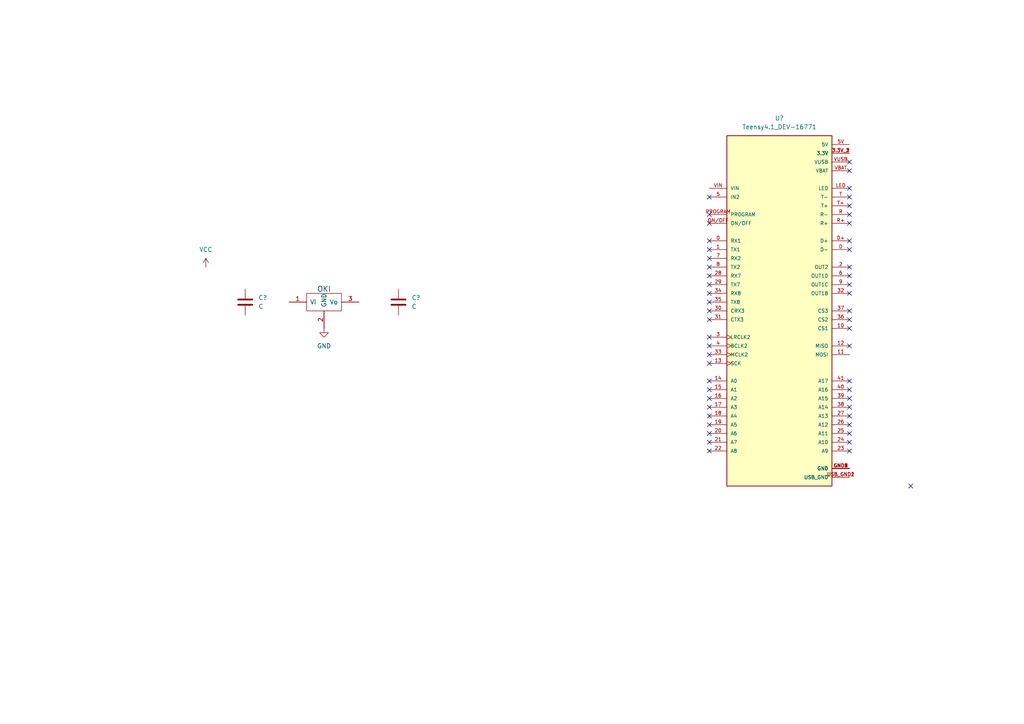
<source format=kicad_sch>
(kicad_sch (version 20211123) (generator eeschema)
  (paper "A4")
  (lib_symbols
    (symbol "Device:C" (pin_numbers hide) (pin_names (offset 0.254))
      (property "Reference" "C" (at 0.635 2.54 0))
      (property "Value" "C" (at 0.635 -2.54 0))
      (symbol "C_0_1"
        (polyline (pts (xy -2.032 -0.762) (xy 2.032 -0.762)) (stroke (width 0.508)))
        (polyline (pts (xy -2.032 0.762) (xy 2.032 0.762)) (stroke (width 0.508)))
      )
      (symbol "C_1_1"
        (pin passive line (at 0 3.81 270) (length 2.794) (name "~") (number "1"))
        (pin passive line (at 0 -3.81 90) (length 2.794) (name "~") (number "2"))
      )
    )
    (symbol "MRDT_Devices:OKI" (pin_names (offset 1.016))
      (property "Value" "OKI" (at 5.08 6.35 0))
      (symbol "OKI_0_1"
        (rectangle (start 0 0) (end 10.16 5.08))
      )
      (symbol "OKI_1_1"
        (pin input line (at -5.08 2.54 0) (length 5.08) (name "Vi") (number "1"))
        (pin output line (at 5.08 -5.08 90) (length 5.08) (name "GND") (number "2"))
        (pin output line (at 15.24 2.54 180) (length 5.08) (name "Vo") (number "3"))
      )
    )
    (symbol "MRDT_Shields:Teensy4.1_DEV-16771" (pin_names (offset 1.016))
      (property "Reference" "U" (at -15.24 52.07 0))
      (property "Value" "Teensy4.1_DEV-16771" (at -15.24 -53.34 0))
      (symbol "Teensy4.1_DEV-16771_0_0"
        (rectangle (start -15.24 -50.8) (end 15.24 50.8) (stroke (width 0.254)) (fill (type background)))
        (pin bidirectional line (at -20.32 20.32 0) (length 5.08) (name "RX1") (number "0"))
        (pin bidirectional line (at -20.32 17.78 0) (length 5.08) (name "TX1") (number "1"))
        (pin bidirectional line (at 20.32 -5.08 180) (length 5.08) (name "CS1") (number "10"))
        (pin bidirectional line (at 20.32 -12.7 180) (length 5.08) (name "MOSI") (number "11"))
        (pin bidirectional line (at 20.32 -10.16 180) (length 5.08) (name "MISO") (number "12"))
        (pin bidirectional clock (at -20.32 -15.24 0) (length 5.08) (name "SCK") (number "13"))
        (pin bidirectional line (at -20.32 -20.32 0) (length 5.08) (name "A0") (number "14"))
        (pin bidirectional line (at -20.32 -22.86 0) (length 5.08) (name "A1") (number "15"))
        (pin bidirectional line (at -20.32 -25.4 0) (length 5.08) (name "A2") (number "16"))
        (pin bidirectional line (at -20.32 -27.94 0) (length 5.08) (name "A3") (number "17"))
        (pin bidirectional line (at -20.32 -30.48 0) (length 5.08) (name "A4") (number "18"))
        (pin bidirectional line (at -20.32 -33.02 0) (length 5.08) (name "A5") (number "19"))
        (pin output line (at 20.32 12.7 180) (length 5.08) (name "OUT2") (number "2"))
        (pin bidirectional line (at -20.32 -35.56 0) (length 5.08) (name "A6") (number "20"))
        (pin bidirectional line (at -20.32 -38.1 0) (length 5.08) (name "A7") (number "21"))
        (pin bidirectional line (at -20.32 -40.64 0) (length 5.08) (name "A8") (number "22"))
        (pin bidirectional line (at 20.32 -40.64 180) (length 5.08) (name "A9") (number "23"))
        (pin bidirectional line (at 20.32 -38.1 180) (length 5.08) (name "A10") (number "24"))
        (pin bidirectional line (at 20.32 -35.56 180) (length 5.08) (name "A11") (number "25"))
        (pin bidirectional line (at 20.32 -33.02 180) (length 5.08) (name "A12") (number "26"))
        (pin bidirectional line (at 20.32 -30.48 180) (length 5.08) (name "A13") (number "27"))
        (pin bidirectional line (at -20.32 10.16 0) (length 5.08) (name "RX7") (number "28"))
        (pin bidirectional line (at -20.32 7.62 0) (length 5.08) (name "TX7") (number "29"))
        (pin bidirectional clock (at -20.32 -7.62 0) (length 5.08) (name "LRCLK2") (number "3"))
        (pin power_in line (at 20.32 45.72 180) (length 5.08) (name "3.3V") (number "3.3V_1"))
        (pin power_in line (at 20.32 45.72 180) (length 5.08) (name "3.3V") (number "3.3V_2"))
        (pin power_in line (at 20.32 45.72 180) (length 5.08) (name "3.3V") (number "3.3V_3"))
        (pin bidirectional line (at -20.32 0 0) (length 5.08) (name "CRX3") (number "30"))
        (pin bidirectional line (at -20.32 -2.54 0) (length 5.08) (name "CTX3") (number "31"))
        (pin output line (at 20.32 5.08 180) (length 5.08) (name "OUT1B") (number "32"))
        (pin bidirectional clock (at -20.32 -12.7 0) (length 5.08) (name "MCLK2") (number "33"))
        (pin bidirectional line (at -20.32 5.08 0) (length 5.08) (name "RX8") (number "34"))
        (pin bidirectional line (at -20.32 2.54 0) (length 5.08) (name "TX8") (number "35"))
        (pin bidirectional line (at 20.32 -2.54 180) (length 5.08) (name "CS2") (number "36"))
        (pin bidirectional line (at 20.32 0 180) (length 5.08) (name "CS3") (number "37"))
        (pin bidirectional line (at 20.32 -27.94 180) (length 5.08) (name "A14") (number "38"))
        (pin bidirectional line (at 20.32 -25.4 180) (length 5.08) (name "A15") (number "39"))
        (pin bidirectional clock (at -20.32 -10.16 0) (length 5.08) (name "BCLK2") (number "4"))
        (pin bidirectional line (at 20.32 -22.86 180) (length 5.08) (name "A16") (number "40"))
        (pin bidirectional line (at 20.32 -20.32 180) (length 5.08) (name "A17") (number "41"))
        (pin bidirectional line (at -20.32 33.02 0) (length 5.08) (name "IN2") (number "5"))
        (pin power_in line (at 20.32 48.26 180) (length 5.08) (name "5V") (number "5V"))
        (pin output line (at 20.32 10.16 180) (length 5.08) (name "OUT1D") (number "6"))
        (pin bidirectional line (at -20.32 15.24 0) (length 5.08) (name "RX2") (number "7"))
        (pin bidirectional line (at -20.32 12.7 0) (length 5.08) (name "TX2") (number "8"))
        (pin output line (at 20.32 7.62 180) (length 5.08) (name "OUT1C") (number "9"))
        (pin bidirectional line (at 20.32 17.78 180) (length 5.08) (name "D-") (number "D"))
        (pin bidirectional line (at 20.32 20.32 180) (length 5.08) (name "D+") (number "D+"))
        (pin power_in line (at 20.32 -45.72 180) (length 5.08) (name "GND") (number "GND1"))
        (pin power_in line (at 20.32 -45.72 180) (length 5.08) (name "GND") (number "GND2"))
        (pin power_in line (at 20.32 -45.72 180) (length 5.08) (name "GND") (number "GND3"))
        (pin power_in line (at 20.32 -45.72 180) (length 5.08) (name "GND") (number "GND4"))
        (pin power_in line (at 20.32 -45.72 180) (length 5.08) (name "GND") (number "GND5"))
        (pin bidirectional line (at 20.32 35.56 180) (length 5.08) (name "LED") (number "LED"))
        (pin bidirectional line (at -20.32 25.4 0) (length 5.08) (name "ON/OFF") (number "ON/OFF"))
        (pin bidirectional line (at -20.32 27.94 0) (length 5.08) (name "PROGRAM") (number "PROGRAM"))
        (pin bidirectional line (at 20.32 27.94 180) (length 5.08) (name "R-") (number "R"))
        (pin bidirectional line (at 20.32 25.4 180) (length 5.08) (name "R+") (number "R+"))
        (pin bidirectional line (at 20.32 33.02 180) (length 5.08) (name "T-") (number "T"))
        (pin bidirectional line (at 20.32 30.48 180) (length 5.08) (name "T+") (number "T+"))
        (pin power_in line (at 20.32 -48.26 180) (length 5.08) (name "USB_GND") (number "USB_GND1"))
        (pin power_in line (at 20.32 -48.26 180) (length 5.08) (name "USB_GND") (number "USB_GND2"))
        (pin passive line (at 20.32 40.64 180) (length 5.08) (name "VBAT") (number "VBAT"))
        (pin input line (at -20.32 35.56 0) (length 5.08) (name "VIN") (number "VIN"))
        (pin passive line (at 20.32 43.18 180) (length 5.08) (name "VUSB") (number "VUSB"))
      )
    )
    (symbol "power:GND" (power) (pin_names (offset 0))
      (property "Value" "GND" (at 0 -3.81 0))
      (symbol "GND_0_1"
        (polyline (pts (xy 0 0) (xy 0 -1.27) (xy 1.27 -1.27) (xy 0 -2.54) (xy -1.27 -1.27) (xy 0 -1.27)))
      )
      (symbol "GND_1_1"
        (pin power_in line (at 0 0 270) (length 0) hide (name "GND") (number "1"))
      )
    )
    (symbol "power:VCC" (power) (pin_names (offset 0))
      (property "Value" "VCC" (at 0 3.81 0))
      (symbol "VCC_0_1"
        (polyline (pts (xy -0.762 1.27) (xy 0 2.54)))
        (polyline (pts (xy 0 0) (xy 0 2.54)))
        (polyline (pts (xy 0 2.54) (xy 0.762 1.27)))
      )
      (symbol "VCC_1_1"
        (pin power_in line (at 0 0 90) (length 0) hide (name "VCC") (number "1"))
      )
    )
  )
  (no_connect (at 246.38 100.33))
  (no_connect (at 246.38 95.25))
  (no_connect (at 246.38 92.71))
  (no_connect (at 246.38 90.17))
  (no_connect (at 246.38 85.09))
  (no_connect (at 246.38 82.55))
  (no_connect (at 246.38 80.01))
  (no_connect (at 246.38 77.47))
  (no_connect (at 246.38 72.39))
  (no_connect (at 246.38 69.85))
  (no_connect (at 246.38 64.77))
  (no_connect (at 246.38 62.23))
  (no_connect (at 246.38 59.69))
  (no_connect (at 246.38 57.15))
  (no_connect (at 246.38 54.61))
  (no_connect (at 246.38 49.53))
  (no_connect (at 246.38 46.99))
  (no_connect (at 205.74 57.15))
  (no_connect (at 205.74 62.23))
  (no_connect (at 205.74 123.19))
  (no_connect (at 205.74 125.73))
  (no_connect (at 205.74 128.27))
  (no_connect (at 205.74 130.81))
  (no_connect (at 246.38 130.81))
  (no_connect (at 246.38 128.27))
  (no_connect (at 246.38 125.73))
  (no_connect (at 205.74 64.77))
  (no_connect (at 205.74 69.85))
  (no_connect (at 205.74 72.39))
  (no_connect (at 205.74 74.93))
  (no_connect (at 205.74 77.47))
  (no_connect (at 205.74 80.01))
  (no_connect (at 205.74 82.55))
  (no_connect (at 205.74 85.09))
  (no_connect (at 205.74 87.63))
  (no_connect (at 205.74 90.17))
  (no_connect (at 205.74 92.71))
  (no_connect (at 205.74 97.79))
  (no_connect (at 205.74 100.33))
  (no_connect (at 205.74 102.87))
  (no_connect (at 205.74 105.41))
  (no_connect (at 205.74 110.49))
  (no_connect (at 205.74 113.03))
  (no_connect (at 205.74 115.57))
  (no_connect (at 205.74 118.11))
  (no_connect (at 205.74 120.65))
  (no_connect (at 246.38 123.19))
  (no_connect (at 246.38 120.65))
  (no_connect (at 246.38 118.11))
  (no_connect (at 246.38 115.57))
  (no_connect (at 246.38 113.03))
  (no_connect (at 246.38 110.49))
  (no_connect (at 264.16 140.97))
  (symbol (lib_id "power:VCC") (at 59.69 77.47 0) (unit 1)
    (property "Reference" "#PWR?" (effects hide))
    (property "Value" "VCC" (at 59.69 72.39 0))
  )
  (symbol (lib_id "power:GND") (at 93.98 95.25 0) (unit 1)
    (property "Reference" "#PWR?" (effects hide))
    (property "Value" "GND" (at 93.98 100.33 0))
  )
  (symbol (lib_id "Device:C") (at 71.12 87.63 0) (unit 1)
    (property "Reference" "C?" (at 74.93 86.3599 0) (effects (justify left)))
    (property "Value" "C" (at 74.93 88.8999 0) (effects (justify left)))
  )
  (symbol (lib_id "Device:C") (at 115.57 87.63 0) (unit 1)
    (property "Reference" "C?" (at 119.38 86.3599 0) (effects (justify left)))
    (property "Value" "C" (at 119.38 88.8999 0) (effects (justify left)))
  )
  (symbol (lib_id "MRDT_Devices:OKI") (at 88.9 90.17 0) (unit 1)
    (property "Reference" "U?" (effects hide))
    (property "Value" "OKI" (at 93.98 83.82 0) (effects (font (size 1.524 1.524))))
  )
  (symbol (lib_id "MRDT_Shields:Teensy4.1_DEV-16771") (at 226.06 90.17 0) (unit 1)
    (property "Reference" "U?" (at 226.06 34.29 0))
    (property "Value" "Teensy4.1_DEV-16771" (at 226.06 36.83 0))
    (property "Footprint" "MODULE_DEV-16771" (effects hide))
    (property "STANDARD" "Manufacturer recommendations" (effects hide))
    (property "MAXIMUM_PACKAGE_HEIGHT" "4.07mm" (effects hide))
    (property "MANUFACTURER" "SparkFun Electronics" (effects hide))
    (property "PARTREV" "4.1" (effects hide))
  )
)
</source>
